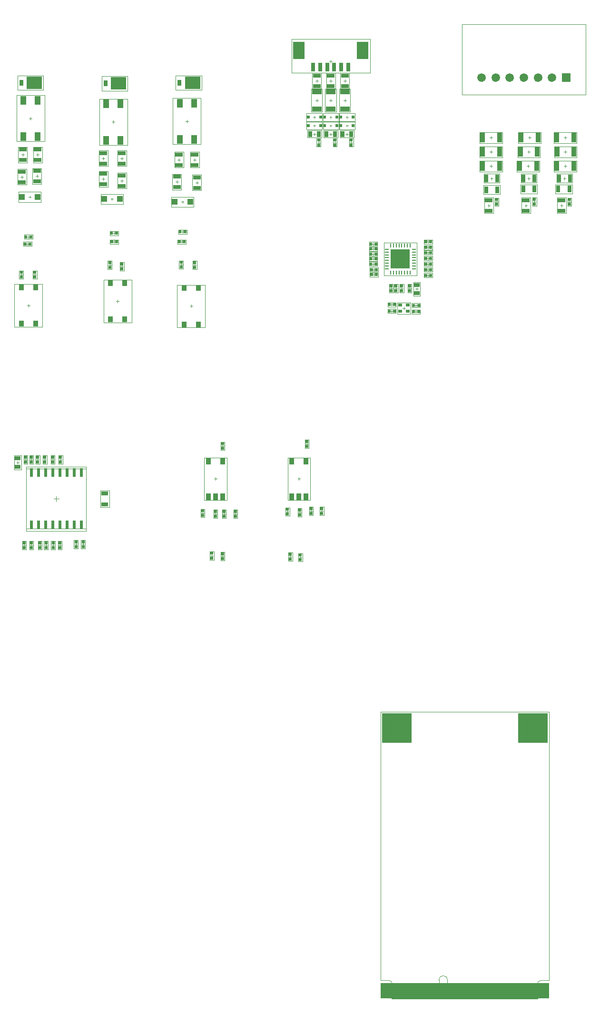
<source format=gts>
G04*
G04 #@! TF.GenerationSoftware,Altium Limited,Altium Designer,24.7.2 (38)*
G04*
G04 Layer_Color=8388736*
%FSLAX25Y25*%
%MOIN*%
G70*
G04*
G04 #@! TF.SameCoordinates,E69E1CB2-A86E-4577-BA8A-D7129F9CB9E7*
G04*
G04*
G04 #@! TF.FilePolarity,Negative*
G04*
G01*
G75*
%ADD11C,0.00394*%
%ADD12C,0.00197*%
%ADD14C,0.00039*%
%ADD15C,0.00079*%
%ADD41C,0.02958*%
%ADD42R,1.03150X0.11516*%
%ADD43R,1.18110X0.10630*%
%ADD44R,0.05591X0.02835*%
%ADD45R,0.07165X0.03228*%
%ADD46R,0.02047X0.02047*%
%ADD47R,0.02835X0.04016*%
%ADD48R,0.02126X0.01929*%
%ADD49R,0.02835X0.05591*%
%ADD50R,0.03032X0.04803*%
%ADD51R,0.03228X0.07165*%
%ADD52R,0.01929X0.02126*%
%ADD53R,0.02047X0.02441*%
%ADD54R,0.03228X0.04016*%
%ADD55R,0.04016X0.05984*%
%ADD56R,0.04016X0.04016*%
%ADD57R,0.03079X0.04016*%
%ADD58R,0.10591X0.09134*%
%ADD59R,0.04016X0.02835*%
%ADD60R,0.02441X0.06378*%
%ADD61R,0.04803X0.03032*%
%ADD62R,0.02835X0.01063*%
%ADD63R,0.01063X0.02835*%
%ADD64R,0.13661X0.13661*%
%ADD65R,0.02835X0.02441*%
%ADD66R,0.02441X0.09134*%
%ADD67R,0.02441X0.02047*%
%ADD68R,0.03228X0.04803*%
%ADD69R,0.07953X0.11890*%
%ADD70R,0.03032X0.05984*%
%ADD71C,0.05915*%
%ADD72R,0.05915X0.05915*%
%ADD73R,0.20945X0.20945*%
G36*
X83070Y634958D02*
X88985D01*
Y629042D01*
X83070D01*
Y634958D01*
D02*
G37*
D11*
X-292000Y359500D02*
X-250000D01*
Y314500D02*
Y359500D01*
X-292000Y314500D02*
X-250000D01*
X-292000D02*
Y359500D01*
X68898Y-197D02*
G03*
X65748Y-3347I0J-3150D01*
G01*
X-35433D02*
G03*
X-38583Y-197I-3150J0D01*
G01*
X2953Y0D02*
G03*
X-2953Y0I-2953J0D01*
G01*
X-43898Y187795D02*
X74213D01*
X-35433Y-12795D02*
Y-3347D01*
X74213Y-197D02*
Y187795D01*
X-2953Y-12795D02*
Y0D01*
X65748Y-12795D02*
Y-3347D01*
X2953Y-12795D02*
Y0D01*
X-35433Y-12795D02*
X-2953D01*
X2953D02*
X65748D01*
X68898Y-197D02*
X74213D01*
X-43898D02*
X-38583D01*
X-43898D02*
Y187795D01*
D12*
X28095Y550350D02*
X39906D01*
Y556650D01*
X28095Y550350D02*
Y556650D01*
X39906D01*
X54094Y550850D02*
X65905D01*
Y557150D01*
X54094Y550850D02*
Y557150D01*
X65905D01*
X78594Y550850D02*
X90405D01*
Y557150D01*
X78594Y550850D02*
Y557150D01*
X90405D01*
X-292000Y316000D02*
Y358000D01*
Y316000D02*
X-250000D01*
Y358000D01*
X-292000D02*
X-250000D01*
X-271000Y335032D02*
Y338968D01*
X-272969Y337000D02*
X-269032D01*
X-240150Y331095D02*
Y342905D01*
Y331095D02*
X-233850D01*
X-240150Y342905D02*
X-233850D01*
Y331095D02*
Y342905D01*
X-41600Y493400D02*
Y516600D01*
X-18400Y493400D02*
Y516600D01*
X-41600D02*
X-18400D01*
X-41600Y493400D02*
X-18400D01*
X39906Y550350D02*
Y556650D01*
X28095D02*
X39906D01*
X28095Y550350D02*
Y556650D01*
Y550350D02*
X39906D01*
X65905Y550850D02*
Y557150D01*
X54094D02*
X65905D01*
X54094Y550850D02*
Y557150D01*
Y550850D02*
X65905D01*
X90405D02*
Y557150D01*
X78594D02*
X90405D01*
X78594Y550850D02*
Y557150D01*
Y550850D02*
X90405D01*
X-240150Y331095D02*
X-233850D01*
Y342905D01*
X-240150D02*
X-233850D01*
X-240150Y331095D02*
Y342905D01*
X-18400Y493400D02*
Y516600D01*
X-41600Y493400D02*
X-18400D01*
X-41600D02*
Y516600D01*
X-18400D01*
X-31181Y505000D02*
X-28819D01*
X-30000Y503819D02*
Y506181D01*
D14*
X-91791Y624409D02*
X-85492D01*
Y635433D01*
X-91791Y624409D02*
Y635433D01*
X-85492D01*
X-72106Y624409D02*
X-65807D01*
Y635433D01*
X-72106Y624409D02*
Y635433D01*
X-65807D01*
X-92579Y608268D02*
Y624016D01*
Y608268D02*
X-84705D01*
X-92579Y624016D02*
X-84705D01*
Y608268D02*
Y624016D01*
X-72894Y608268D02*
Y624016D01*
Y608268D02*
X-65020D01*
X-72894Y624016D02*
X-65020D01*
Y608268D02*
Y624016D01*
X-82736Y608268D02*
Y624016D01*
Y608268D02*
X-74862D01*
X-82736Y624016D02*
X-74862D01*
Y608268D02*
Y624016D01*
X-81949Y624409D02*
X-75650D01*
Y635433D01*
X-81949Y624409D02*
Y635433D01*
X-75650D01*
X-84311Y607087D02*
X-84311Y601575D01*
X-84311Y607087D02*
X-73287Y607087D01*
X-84311Y601575D02*
X-73287Y601575D01*
Y607087D02*
X-73287Y601575D01*
X-73287Y601181D02*
X-73287Y595669D01*
X-84311D02*
X-73287Y595669D01*
X-84311Y601181D02*
X-73287Y601181D01*
X-84311Y601181D02*
X-84311Y595669D01*
X-73878Y590059D02*
Y594980D01*
X-83720D02*
X-73878D01*
X-83720Y590059D02*
X-73878D01*
X-83720D02*
Y594980D01*
X-77323Y583661D02*
X-74370D01*
Y589567D01*
X-77323Y583661D02*
Y589567D01*
X-74370D01*
X28488Y558350D02*
Y564650D01*
Y558350D02*
X39512D01*
X28488Y564650D02*
X39512D01*
Y558350D02*
Y564650D01*
X28850Y536988D02*
X35150D01*
Y548012D01*
X28850Y536988D02*
Y548012D01*
X35150D01*
X25626Y566063D02*
X41374D01*
Y573937D01*
X25626Y566063D02*
Y573937D01*
X41374D01*
X25626Y583937D02*
X41374D01*
X25626Y576063D02*
Y583937D01*
X41374Y576063D02*
Y583937D01*
X25626Y576063D02*
X41374D01*
X25626Y586063D02*
X41374D01*
Y593937D01*
X25626Y586063D02*
Y593937D01*
X41374D01*
X54850Y536988D02*
X61150D01*
Y548012D01*
X54850Y536988D02*
Y548012D01*
X61150D01*
X51626Y566063D02*
X67374D01*
Y573937D01*
X51626Y566063D02*
Y573937D01*
X67374D01*
X52126Y583937D02*
X67874D01*
X52126Y576063D02*
Y583937D01*
X67874Y576063D02*
Y583937D01*
X52126Y576063D02*
X67874D01*
X52626Y586063D02*
X68374D01*
Y593937D01*
X52626Y586063D02*
Y593937D01*
X68374D01*
X79850Y536988D02*
X86150D01*
Y548012D01*
X79850Y536988D02*
Y548012D01*
X86150D01*
X77626Y566063D02*
X93374D01*
Y573937D01*
X77626Y566063D02*
Y573937D01*
X93374D01*
X77720Y583937D02*
X93468D01*
X77720Y576063D02*
Y583937D01*
X93468Y576063D02*
Y583937D01*
X77720Y576063D02*
X93468D01*
X77626Y586063D02*
X93374D01*
Y593937D01*
X77626Y586063D02*
Y593937D01*
X93374D01*
X54488Y558350D02*
Y564650D01*
Y558350D02*
X65512D01*
X54488Y564650D02*
X65512D01*
Y558350D02*
Y564650D01*
X79488Y558350D02*
Y564650D01*
Y558350D02*
X90512D01*
X79488Y564650D02*
X90512D01*
Y558350D02*
Y564650D01*
X-180147Y515524D02*
Y518476D01*
X-186053D02*
X-180147D01*
X-186053Y515524D02*
X-180147D01*
X-186053D02*
Y518476D01*
X-175576Y497854D02*
X-172624D01*
Y503760D01*
X-175576Y497854D02*
Y503760D01*
X-172624D01*
X-185553Y525476D02*
X-179647D01*
X-185553Y522524D02*
X-179647D01*
Y525476D01*
X-185553Y522524D02*
Y525476D01*
X-186442Y457039D02*
X-166758D01*
X-186442Y486961D02*
X-166758D01*
X-186442Y457039D02*
Y486961D01*
X-166758Y457039D02*
Y486961D01*
X-189750Y553488D02*
X-183450D01*
Y564512D01*
X-189750Y553488D02*
Y564512D01*
X-183450D01*
X-188250Y568988D02*
X-181950D01*
Y580012D01*
X-188250Y568988D02*
Y580012D01*
X-181950D01*
X-189443Y585358D02*
X-169757D01*
X-189443Y617642D02*
X-169757D01*
X-189443Y585358D02*
Y617642D01*
X-169757Y585358D02*
Y617642D01*
X-190474Y548543D02*
X-174726Y548543D01*
X-190474Y548543D02*
X-190474Y541457D01*
X-174726Y548543D02*
X-174726Y541457D01*
X-190474Y541457D02*
X-174726Y541457D01*
X-187405Y623382D02*
Y633618D01*
X-169295Y623382D02*
Y633618D01*
X-187405Y623382D02*
X-169295D01*
X-187405Y633618D02*
X-169295D01*
X-175750Y552988D02*
X-169450D01*
Y564012D01*
X-175750Y552988D02*
Y564012D01*
X-169450D01*
X-177250Y568988D02*
X-170950D01*
Y580012D01*
X-177250Y568988D02*
Y580012D01*
X-170950D01*
X-227647Y515524D02*
Y518476D01*
X-233553D02*
X-227647D01*
X-233553Y515524D02*
X-227647D01*
X-233553D02*
Y518476D01*
X-226576Y496854D02*
X-223624D01*
Y502760D01*
X-226576Y496854D02*
Y502760D01*
X-223624D01*
X-233553Y524476D02*
X-227647D01*
X-233553Y521524D02*
X-227647D01*
Y524476D01*
X-233553Y521524D02*
Y524476D01*
X-237943Y460539D02*
X-218257D01*
X-237943Y490461D02*
X-218257D01*
X-237943Y460539D02*
Y490461D01*
X-218257Y460539D02*
Y490461D01*
X-241250Y555488D02*
X-234950D01*
Y566512D01*
X-241250Y555488D02*
Y566512D01*
X-234950D01*
X-241250Y569988D02*
X-234950D01*
Y581012D01*
X-241250Y569988D02*
Y581012D01*
X-234950D01*
X-240943Y584858D02*
X-221257D01*
X-240943Y617142D02*
X-221257D01*
X-240943Y584858D02*
Y617142D01*
X-221257Y584858D02*
Y617142D01*
X-239974Y550543D02*
X-224226Y550543D01*
X-239974Y550543D02*
X-239974Y543457D01*
X-224226Y550543D02*
X-224226Y543457D01*
X-239974Y543457D02*
X-224226Y543457D01*
X-239155Y622882D02*
Y633118D01*
X-221045Y622882D02*
Y633118D01*
X-239155Y622882D02*
X-221045D01*
X-239155Y633118D02*
X-221045D01*
X-228250Y554307D02*
X-221950D01*
Y565331D01*
X-228250Y554307D02*
Y565331D01*
X-221950D01*
X-228250Y569988D02*
X-221950D01*
Y581012D01*
X-228250Y569988D02*
Y581012D01*
X-221950D01*
X-285476Y367453D02*
X-282524D01*
X-285476Y361547D02*
Y367453D01*
X-282524Y361547D02*
Y367453D01*
X-285476Y361547D02*
X-282524D01*
X-269476Y367453D02*
X-266524D01*
X-269476Y361547D02*
Y367453D01*
X-266524Y361547D02*
Y367453D01*
X-269476Y361547D02*
X-266524D01*
X-269976Y301547D02*
X-267024D01*
Y307453D01*
X-269976Y301547D02*
Y307453D01*
X-267024D01*
X-283976Y301547D02*
X-281024D01*
Y307453D01*
X-283976Y301547D02*
Y307453D01*
X-281024D01*
X-300461Y357579D02*
X-295539D01*
Y367421D01*
X-300461Y357579D02*
Y367421D01*
X-295539D01*
X-274976Y367453D02*
X-272024D01*
X-274976Y361547D02*
Y367453D01*
X-272024Y361547D02*
Y367453D01*
X-274976Y361547D02*
X-272024D01*
X-274787Y307488D02*
X-271835D01*
X-274787Y301583D02*
Y307488D01*
X-271835Y301583D02*
Y307488D01*
X-274787Y301583D02*
X-271835D01*
X-280476Y367453D02*
X-277524D01*
X-280476Y361547D02*
Y367453D01*
X-277524Y361547D02*
Y367453D01*
X-280476Y361547D02*
X-277524D01*
X-279787Y307488D02*
X-276835D01*
X-279787Y301583D02*
Y307488D01*
X-276835Y301583D02*
Y307488D01*
X-279787Y301583D02*
X-276835D01*
X-258787Y302083D02*
X-255835D01*
Y307988D01*
X-258787Y302083D02*
Y307988D01*
X-255835D01*
X-288147Y514024D02*
Y516976D01*
X-294053D02*
X-288147D01*
X-294053Y514024D02*
X-288147D01*
X-294053D02*
Y516976D01*
X-287576Y491047D02*
X-284624D01*
Y496953D01*
X-287576Y491047D02*
Y496953D01*
X-284624D01*
X-293553Y519024D02*
X-287647D01*
X-293553Y521976D02*
X-287647D01*
X-293553Y519024D02*
Y521976D01*
X-287647Y519024D02*
Y521976D01*
X-300443Y457539D02*
X-280757D01*
X-300443Y487461D02*
X-280757D01*
X-300443Y457539D02*
Y487461D01*
X-280757Y457539D02*
Y487461D01*
X-298250Y556988D02*
X-291950D01*
Y568012D01*
X-298250Y556988D02*
Y568012D01*
X-291950D01*
X-297750Y572488D02*
X-291450D01*
Y583512D01*
X-297750Y572488D02*
Y583512D01*
X-291450D01*
X-298942Y587358D02*
X-279257D01*
X-298942Y619642D02*
X-279257D01*
X-298942Y587358D02*
Y619642D01*
X-279257Y587358D02*
Y619642D01*
X-297474Y552043D02*
X-281726Y552043D01*
X-297474Y552043D02*
X-297474Y544957D01*
X-281726Y552043D02*
X-281726Y544957D01*
X-297474Y544957D02*
X-281726Y544957D01*
X-298155Y623382D02*
Y633618D01*
X-280045Y623382D02*
Y633618D01*
X-298155Y623382D02*
X-280045D01*
X-298155Y633618D02*
X-280045D01*
X-287750Y557488D02*
X-281450D01*
Y568512D01*
X-287750Y557488D02*
Y568512D01*
X-281450D01*
X-287250Y572488D02*
X-280950D01*
Y583512D01*
X-287250Y572488D02*
Y583512D01*
X-280950D01*
X-13453Y500024D02*
Y502976D01*
Y500024D02*
X-7547D01*
X-13453Y502976D02*
X-7547D01*
Y500024D02*
Y502976D01*
X-37976Y487453D02*
X-35024D01*
X-37976Y481547D02*
Y487453D01*
X-35024Y481547D02*
Y487453D01*
X-37976Y481547D02*
X-35024D01*
X-13453Y492024D02*
Y494976D01*
Y492024D02*
X-7547D01*
X-13453Y494976D02*
X-7547D01*
Y492024D02*
Y494976D01*
X-46047Y500024D02*
Y502976D01*
X-51953D02*
X-46047D01*
X-51953Y500024D02*
X-46047D01*
X-51953D02*
Y502976D01*
X-46047Y510524D02*
Y513476D01*
X-51953D02*
X-46047D01*
X-51953Y510524D02*
X-46047D01*
X-51953D02*
Y513476D01*
Y507024D02*
Y509976D01*
Y507024D02*
X-46047D01*
X-51953Y509976D02*
X-46047D01*
Y507024D02*
Y509976D01*
X-7547Y508024D02*
Y510976D01*
X-13453D02*
X-7547D01*
X-13453Y508024D02*
X-7547D01*
X-13453D02*
Y510976D01*
X-7547Y504024D02*
Y506976D01*
X-13453D02*
X-7547D01*
X-13453Y504024D02*
X-7547D01*
X-13453D02*
Y506976D01*
X-16047Y471024D02*
Y473976D01*
X-21953D02*
X-16047D01*
X-21953Y471024D02*
X-16047D01*
X-21953D02*
Y473976D01*
X-51453Y492524D02*
Y495476D01*
Y492524D02*
X-45547D01*
X-51453Y495476D02*
X-45547D01*
Y492524D02*
Y495476D01*
X-38953Y467024D02*
Y469976D01*
Y467024D02*
X-33047D01*
X-38953Y469976D02*
X-33047D01*
Y467024D02*
Y469976D01*
X-7547Y496024D02*
Y498976D01*
X-13453D02*
X-7547D01*
X-13453Y496024D02*
X-7547D01*
X-13453D02*
Y498976D01*
X-34476Y481547D02*
X-31524D01*
Y487453D01*
X-34476Y481547D02*
Y487453D01*
X-31524D01*
X-51453Y496024D02*
Y498976D01*
Y496024D02*
X-45547D01*
X-51453Y498976D02*
X-45547D01*
Y496024D02*
Y498976D01*
X-51953Y503524D02*
Y506476D01*
Y503524D02*
X-46047D01*
X-51953Y506476D02*
X-46047D01*
Y503524D02*
Y506476D01*
X-30476Y487453D02*
X-27524D01*
X-30476Y481547D02*
Y487453D01*
X-27524Y481547D02*
Y487453D01*
X-30476Y481547D02*
X-27524D01*
X-51953Y514024D02*
Y516976D01*
Y514024D02*
X-46047D01*
X-51953Y516976D02*
X-46047D01*
Y514024D02*
Y516976D01*
X-32224Y466563D02*
X-22776D01*
X-32224Y474437D02*
X-22776D01*
X-32224Y466563D02*
Y474437D01*
X-22776Y466563D02*
Y474437D01*
X-7547Y511524D02*
Y514476D01*
X-13453D02*
X-7547D01*
X-13453Y511524D02*
X-7547D01*
X-13453D02*
Y514476D01*
X-20961Y488921D02*
X-16039D01*
X-20961Y479079D02*
Y488921D01*
X-16039Y479079D02*
Y488921D01*
X-20961Y479079D02*
X-16039D01*
X-85295Y590059D02*
Y594980D01*
X-95138D02*
X-85295D01*
X-95138Y590059D02*
X-85295D01*
X-95138D02*
Y594980D01*
X-84705Y601181D02*
X-84705Y595669D01*
X-95728D02*
X-84705Y595669D01*
X-95728Y601181D02*
X-84705Y601181D01*
X-95728Y601181D02*
X-95728Y595669D01*
Y607087D02*
X-95728Y601575D01*
X-95728Y607087D02*
X-84705Y607087D01*
X-95728Y601575D02*
X-84705Y601575D01*
Y607087D02*
X-84705Y601575D01*
X-88740Y583661D02*
X-85787D01*
Y589567D01*
X-88740Y583661D02*
Y589567D01*
X-85787D01*
X-62461Y590059D02*
Y594980D01*
X-72303D02*
X-62461D01*
X-72303Y590059D02*
X-62461D01*
X-72303D02*
Y594980D01*
X-61870Y601181D02*
X-61870Y595669D01*
X-72894D02*
X-61870Y595669D01*
X-72894Y601181D02*
X-61870Y601181D01*
X-72894Y601181D02*
X-72894Y595669D01*
Y607087D02*
X-72894Y601575D01*
X-72894Y607087D02*
X-61870Y607087D01*
X-72894Y601575D02*
X-61870Y601575D01*
Y607087D02*
X-61870Y601575D01*
X-65905Y583661D02*
X-62953D01*
Y589567D01*
X-65905Y583661D02*
Y589567D01*
X-62953D01*
X-101476Y293047D02*
X-98524D01*
Y298953D01*
X-101476Y293047D02*
Y298953D01*
X-98524D01*
X-105524Y293547D02*
Y299453D01*
X-108476Y293547D02*
Y299453D01*
Y293547D02*
X-105524D01*
X-108476Y299453D02*
X-105524D01*
X-108874Y336039D02*
X-93126D01*
Y365961D01*
X-108874D02*
X-93126D01*
X-108874Y336039D02*
Y365961D01*
X-96976Y372547D02*
X-94024D01*
Y378453D01*
X-96976Y372547D02*
Y378453D01*
X-94024D01*
X-101976Y324547D02*
X-99024D01*
Y330453D01*
X-101976Y324547D02*
Y330453D01*
X-99024D01*
X-155976Y293819D02*
X-153024D01*
Y299724D01*
X-155976Y293819D02*
Y299724D01*
X-153024D01*
X-160524Y294276D02*
Y300181D01*
X-163476Y294276D02*
Y300181D01*
Y294276D02*
X-160524D01*
X-163476Y300181D02*
X-160524D01*
X-167374Y336039D02*
X-151626D01*
Y365961D01*
X-167374D02*
X-151626D01*
X-167374Y336039D02*
Y365961D01*
X-155976Y371047D02*
X-153024D01*
Y376953D01*
X-155976Y371047D02*
Y376953D01*
X-153024D01*
X-160976Y323547D02*
X-158024D01*
Y329453D01*
X-160976Y323547D02*
Y329453D01*
X-158024D01*
X13193Y669402D02*
X99807D01*
X13193Y620189D02*
X99807D01*
X13193D02*
Y669402D01*
X99807Y620189D02*
Y669402D01*
X-106299Y659248D02*
X-51181D01*
X-106299Y635626D02*
X-51181D01*
X-106299D02*
Y659248D01*
X-51181Y635626D02*
Y659248D01*
X-91791Y624409D02*
X-85492D01*
X-91791Y635433D02*
X-85492D01*
Y624409D02*
Y635433D01*
X-91791Y624409D02*
Y635433D01*
X-88642Y628937D02*
Y630905D01*
X-89626Y629921D02*
X-87657D01*
X-72106Y624409D02*
X-65807D01*
X-72106Y635433D02*
X-65807D01*
Y624409D02*
Y635433D01*
X-72106Y624409D02*
Y635433D01*
X-68957Y628937D02*
Y630905D01*
X-69941Y629921D02*
X-67972D01*
X-84705Y608268D02*
Y624016D01*
X-92579Y608268D02*
Y624016D01*
Y608268D02*
X-84705D01*
X-92579Y624016D02*
X-84705D01*
X-89626Y616142D02*
X-87657D01*
X-88642Y615158D02*
Y617126D01*
X-65020Y608268D02*
Y624016D01*
X-72894Y608268D02*
Y624016D01*
Y608268D02*
X-65020D01*
X-72894Y624016D02*
X-65020D01*
X-69941Y616142D02*
X-67972D01*
X-68957Y615158D02*
Y617126D01*
X-74862Y608268D02*
Y624016D01*
X-82736Y608268D02*
Y624016D01*
Y608268D02*
X-74862D01*
X-82736Y624016D02*
X-74862D01*
X-79783Y616142D02*
X-77815D01*
X-78799Y615158D02*
Y617126D01*
X-81949Y624409D02*
X-75650D01*
X-81949Y635433D02*
X-75650D01*
Y624409D02*
Y635433D01*
X-81949Y624409D02*
Y635433D01*
X-78799Y628937D02*
Y630905D01*
X-79783Y629921D02*
X-77815D01*
X-84311Y607087D02*
X-73287Y607087D01*
X-84311Y601575D02*
X-73287Y601575D01*
X-84311Y607087D02*
X-84311Y601575D01*
X-73287Y607087D02*
X-73287Y601575D01*
X-79587Y604331D02*
X-78012D01*
X-78799Y603543D02*
Y605118D01*
X-84311Y595669D02*
X-73287Y595669D01*
X-84311Y601181D02*
X-73287Y601181D01*
X-73287Y601181D02*
X-73287Y595669D01*
X-84311Y601181D02*
X-84311Y595669D01*
X-79587Y598425D02*
X-78012D01*
X-78799Y597638D02*
Y599213D01*
X-83720Y594980D02*
X-73878D01*
X-83720Y590059D02*
X-73878D01*
X-79783Y592520D02*
X-77815D01*
X-78799Y591535D02*
Y593504D01*
X-73878Y590059D02*
Y594980D01*
X-83720Y590059D02*
Y594980D01*
X-77323Y583661D02*
X-74370D01*
X-77323Y589567D02*
X-74370D01*
Y583661D02*
Y589567D01*
X-77323Y583661D02*
Y589567D01*
X-75846Y585630D02*
Y587598D01*
X-76831Y586614D02*
X-74862D01*
X28488Y558350D02*
Y564650D01*
X39512Y558350D02*
Y564650D01*
X28488Y558350D02*
X39512D01*
X28488Y564650D02*
X39512D01*
X33016Y561500D02*
X34984D01*
X34000Y560516D02*
Y562484D01*
X28850Y536988D02*
X35150D01*
X28850Y548012D02*
X35150D01*
Y536988D02*
Y548012D01*
X28850Y536988D02*
Y548012D01*
X32000Y541516D02*
Y543484D01*
X31016Y542500D02*
X32984D01*
X25626Y573937D02*
X41374D01*
X25626Y566063D02*
X41374D01*
Y573937D01*
X25626Y566063D02*
Y573937D01*
X33500Y569016D02*
Y570984D01*
X32516Y570000D02*
X34484D01*
X25626Y576063D02*
X41374D01*
X25626Y583937D02*
X41374D01*
X25626Y576063D02*
Y583937D01*
X41374Y576063D02*
Y583937D01*
X33500Y579016D02*
Y580984D01*
X32516Y580000D02*
X34484D01*
X25626Y593937D02*
X41374D01*
X25626Y586063D02*
X41374D01*
Y593937D01*
X25626Y586063D02*
Y593937D01*
X33500Y589016D02*
Y590984D01*
X32516Y590000D02*
X34484D01*
X54850Y536988D02*
X61150D01*
X54850Y548012D02*
X61150D01*
Y536988D02*
Y548012D01*
X54850Y536988D02*
Y548012D01*
X58000Y541516D02*
Y543484D01*
X57016Y542500D02*
X58984D01*
X51626Y573937D02*
X67374D01*
X51626Y566063D02*
X67374D01*
Y573937D01*
X51626Y566063D02*
Y573937D01*
X59500Y569016D02*
Y570984D01*
X58516Y570000D02*
X60484D01*
X52126Y576063D02*
X67874D01*
X52126Y583937D02*
X67874D01*
X52126Y576063D02*
Y583937D01*
X67874Y576063D02*
Y583937D01*
X60000Y579016D02*
Y580984D01*
X59016Y580000D02*
X60984D01*
X52626Y593937D02*
X68374D01*
X52626Y586063D02*
X68374D01*
Y593937D01*
X52626Y586063D02*
Y593937D01*
X60500Y589016D02*
Y590984D01*
X59516Y590000D02*
X61484D01*
X79850Y536988D02*
X86150D01*
X79850Y548012D02*
X86150D01*
Y536988D02*
Y548012D01*
X79850Y536988D02*
Y548012D01*
X83000Y541516D02*
Y543484D01*
X82016Y542500D02*
X83984D01*
X77626Y573937D02*
X93374D01*
X77626Y566063D02*
X93374D01*
Y573937D01*
X77626Y566063D02*
Y573937D01*
X85500Y569016D02*
Y570984D01*
X84516Y570000D02*
X86484D01*
X77720Y576063D02*
X93468D01*
X77720Y583937D02*
X93468D01*
X77720Y576063D02*
Y583937D01*
X93468Y576063D02*
Y583937D01*
X85594Y579016D02*
Y580984D01*
X84610Y580000D02*
X86579D01*
X77626Y593937D02*
X93374D01*
X77626Y586063D02*
X93374D01*
Y593937D01*
X77626Y586063D02*
Y593937D01*
X85500Y589016D02*
Y590984D01*
X84516Y590000D02*
X86484D01*
X54488Y558350D02*
Y564650D01*
X65512Y558350D02*
Y564650D01*
X54488Y558350D02*
X65512D01*
X54488Y564650D02*
X65512D01*
X59016Y561500D02*
X60984D01*
X60000Y560516D02*
Y562484D01*
X79488Y558350D02*
Y564650D01*
X90512Y558350D02*
Y564650D01*
X79488Y558350D02*
X90512D01*
X79488Y564650D02*
X90512D01*
X84016Y561500D02*
X85984D01*
X85000Y560516D02*
Y562484D01*
X-180147Y515524D02*
Y518476D01*
X-186053Y515524D02*
Y518476D01*
X-180147D01*
X-186053Y515524D02*
X-180147D01*
X-184084Y517000D02*
X-182116D01*
X-183100Y516016D02*
Y517984D01*
X-175576Y497854D02*
X-172624D01*
X-175576Y503760D02*
X-172624D01*
Y497854D02*
Y503760D01*
X-175576Y497854D02*
Y503760D01*
X-174100Y499823D02*
Y501791D01*
X-175084Y500807D02*
X-173116D01*
X-183584Y524000D02*
X-181616D01*
X-182600Y523016D02*
Y524984D01*
X-179647Y522524D02*
Y525476D01*
X-185553Y522524D02*
Y525476D01*
X-179647D01*
X-185553Y522524D02*
X-179647D01*
X-177584Y472000D02*
X-175616D01*
X-176600Y471016D02*
Y472984D01*
X-186442Y457039D02*
Y486961D01*
X-166758D01*
X-186442Y457039D02*
X-166758D01*
Y486961D01*
X-189750Y553488D02*
X-183450D01*
X-189750Y564512D02*
X-183450D01*
Y553488D02*
Y564512D01*
X-189750Y553488D02*
Y564512D01*
X-186600Y558016D02*
Y559984D01*
X-187584Y559000D02*
X-185616D01*
X-188250Y568988D02*
X-181950D01*
X-188250Y580012D02*
X-181950D01*
Y568988D02*
Y580012D01*
X-188250Y568988D02*
Y580012D01*
X-185100Y573516D02*
Y575484D01*
X-186084Y574500D02*
X-184116D01*
X-189443Y617642D02*
X-169757D01*
X-189443Y585358D02*
Y617642D01*
Y585358D02*
X-169757D01*
X-180584Y601500D02*
X-178616D01*
X-179600Y600516D02*
Y602484D01*
X-169757Y585358D02*
Y617642D01*
X-190474Y541457D02*
X-174726Y541457D01*
X-190474Y548543D02*
X-174726Y548543D01*
X-174726Y541457D01*
X-190474Y548543D02*
X-190474Y541457D01*
X-183387Y545000D02*
X-181813D01*
X-182600Y544213D02*
Y545787D01*
X-187405Y633618D02*
X-169295D01*
X-187405Y623382D02*
X-169295D01*
X-187405D02*
Y633618D01*
X-169295Y623382D02*
Y633618D01*
X-178350Y627516D02*
Y629484D01*
X-179334Y628500D02*
X-177366D01*
X-175750Y552988D02*
X-169450D01*
X-175750Y564012D02*
X-169450D01*
Y552988D02*
Y564012D01*
X-175750Y552988D02*
Y564012D01*
X-172600Y557516D02*
Y559484D01*
X-173584Y558500D02*
X-171616D01*
X-177250Y568988D02*
X-170950D01*
X-177250Y580012D02*
X-170950D01*
Y568988D02*
Y580012D01*
X-177250Y568988D02*
Y580012D01*
X-174100Y573516D02*
Y575484D01*
X-175084Y574500D02*
X-173116D01*
X-227647Y515524D02*
Y518476D01*
X-233553Y515524D02*
Y518476D01*
X-227647D01*
X-233553Y515524D02*
X-227647D01*
X-231584Y517000D02*
X-229616D01*
X-230600Y516016D02*
Y517984D01*
X-226576Y496854D02*
X-223624D01*
X-226576Y502760D02*
X-223624D01*
Y496854D02*
Y502760D01*
X-226576Y496854D02*
Y502760D01*
X-225100Y498823D02*
Y500791D01*
X-226084Y499807D02*
X-224116D01*
X-231584Y523000D02*
X-229616D01*
X-230600Y522016D02*
Y523984D01*
X-227647Y521524D02*
Y524476D01*
X-233553Y521524D02*
Y524476D01*
X-227647D01*
X-233553Y521524D02*
X-227647D01*
X-229084Y475500D02*
X-227116D01*
X-228100Y474516D02*
Y476484D01*
X-237943Y460539D02*
Y490461D01*
X-218257D01*
X-237943Y460539D02*
X-218257D01*
Y490461D01*
X-241250Y555488D02*
X-234950D01*
X-241250Y566512D02*
X-234950D01*
Y555488D02*
Y566512D01*
X-241250Y555488D02*
Y566512D01*
X-238100Y560016D02*
Y561984D01*
X-239084Y561000D02*
X-237116D01*
X-241250Y569988D02*
X-234950D01*
X-241250Y581012D02*
X-234950D01*
Y569988D02*
Y581012D01*
X-241250Y569988D02*
Y581012D01*
X-238100Y574516D02*
Y576484D01*
X-239084Y575500D02*
X-237116D01*
X-240943Y617142D02*
X-221257D01*
X-240943Y584858D02*
Y617142D01*
Y584858D02*
X-221257D01*
X-232084Y601000D02*
X-230116D01*
X-231100Y600016D02*
Y601984D01*
X-221257Y584858D02*
Y617142D01*
X-239974Y543457D02*
X-224226Y543457D01*
X-239974Y550543D02*
X-224226Y550543D01*
X-224226Y543457D01*
X-239974Y550543D02*
X-239974Y543457D01*
X-232887Y547000D02*
X-231313D01*
X-232100Y546213D02*
Y547787D01*
X-239155Y633118D02*
X-221045D01*
X-239155Y622882D02*
X-221045D01*
X-239155D02*
Y633118D01*
X-221045Y622882D02*
Y633118D01*
X-230100Y627016D02*
Y628984D01*
X-231084Y628000D02*
X-229116D01*
X-228250Y554307D02*
X-221950D01*
X-228250Y565331D02*
X-221950D01*
Y554307D02*
Y565331D01*
X-228250Y554307D02*
Y565331D01*
X-225100Y558835D02*
Y560803D01*
X-226084Y559819D02*
X-224116D01*
X-228250Y569988D02*
X-221950D01*
X-228250Y581012D02*
X-221950D01*
Y569988D02*
Y581012D01*
X-228250Y569988D02*
Y581012D01*
X-225100Y574516D02*
Y576484D01*
X-226084Y575500D02*
X-224116D01*
X-285476Y367453D02*
X-282524D01*
X-285476Y361547D02*
X-282524D01*
X-285476D02*
Y367453D01*
X-282524Y361547D02*
Y367453D01*
X-284000Y363516D02*
Y365484D01*
X-284984Y364500D02*
X-283016D01*
X-269476Y367453D02*
X-266524D01*
X-269476Y361547D02*
X-266524D01*
X-269476D02*
Y367453D01*
X-266524Y361547D02*
Y367453D01*
X-268000Y363516D02*
Y365484D01*
X-268984Y364500D02*
X-267016D01*
X-269976Y301547D02*
X-267024D01*
X-269976Y307453D02*
X-267024D01*
Y301547D02*
Y307453D01*
X-269976Y301547D02*
Y307453D01*
X-268500Y303516D02*
Y305484D01*
X-269484Y304500D02*
X-267516D01*
X-283976Y301547D02*
X-281024D01*
X-283976Y307453D02*
X-281024D01*
Y301547D02*
Y307453D01*
X-283976Y301547D02*
Y307453D01*
X-282500Y303516D02*
Y305484D01*
X-283484Y304500D02*
X-281516D01*
X-295539Y357579D02*
Y367421D01*
X-300461Y357579D02*
Y367421D01*
X-298000Y361516D02*
Y363484D01*
X-298984Y362500D02*
X-297016D01*
X-300461Y357579D02*
X-295539D01*
X-300461Y367421D02*
X-295539D01*
X-274976Y367453D02*
X-272024D01*
X-274976Y361547D02*
X-272024D01*
X-274976D02*
Y367453D01*
X-272024Y361547D02*
Y367453D01*
X-273500Y363516D02*
Y365484D01*
X-274484Y364500D02*
X-272516D01*
X-274787Y307488D02*
X-271835D01*
X-274787Y301583D02*
X-271835D01*
X-274787D02*
Y307488D01*
X-271835Y301583D02*
Y307488D01*
X-273311Y303551D02*
Y305520D01*
X-274295Y304535D02*
X-272327D01*
X-280476Y367453D02*
X-277524D01*
X-280476Y361547D02*
X-277524D01*
X-280476D02*
Y367453D01*
X-277524Y361547D02*
Y367453D01*
X-279000Y363516D02*
Y365484D01*
X-279984Y364500D02*
X-278016D01*
X-279787Y307488D02*
X-276835D01*
X-279787Y301583D02*
X-276835D01*
X-279787D02*
Y307488D01*
X-276835Y301583D02*
Y307488D01*
X-278311Y303551D02*
Y305520D01*
X-279295Y304535D02*
X-277327D01*
X-258787Y302083D02*
X-255835D01*
X-258787Y307988D02*
X-255835D01*
Y302083D02*
Y307988D01*
X-258787Y302083D02*
Y307988D01*
X-257311Y304051D02*
Y306020D01*
X-258295Y305035D02*
X-256327D01*
X-288147Y514024D02*
Y516976D01*
X-294053Y514024D02*
Y516976D01*
X-288147D01*
X-294053Y514024D02*
X-288147D01*
X-292084Y515500D02*
X-290116D01*
X-291100Y514516D02*
Y516484D01*
X-287576Y491047D02*
X-284624D01*
X-287576Y496953D02*
X-284624D01*
Y491047D02*
Y496953D01*
X-287576Y491047D02*
Y496953D01*
X-286100Y493016D02*
Y494984D01*
X-287084Y494000D02*
X-285116D01*
X-291584Y520500D02*
X-289616D01*
X-290600Y519516D02*
Y521484D01*
X-293553Y519024D02*
Y521976D01*
X-287647Y519024D02*
Y521976D01*
X-293553Y519024D02*
X-287647D01*
X-293553Y521976D02*
X-287647D01*
X-291584Y472500D02*
X-289616D01*
X-290600Y471516D02*
Y473484D01*
X-300443Y457539D02*
Y487461D01*
X-280757D01*
X-300443Y457539D02*
X-280757D01*
Y487461D01*
X-298250Y556988D02*
X-291950D01*
X-298250Y568012D02*
X-291950D01*
Y556988D02*
Y568012D01*
X-298250Y556988D02*
Y568012D01*
X-295100Y561516D02*
Y563484D01*
X-296084Y562500D02*
X-294116D01*
X-297750Y572488D02*
X-291450D01*
X-297750Y583512D02*
X-291450D01*
Y572488D02*
Y583512D01*
X-297750Y572488D02*
Y583512D01*
X-294600Y577016D02*
Y578984D01*
X-295584Y578000D02*
X-293616D01*
X-298942Y619642D02*
X-279257D01*
X-298942Y587358D02*
Y619642D01*
Y587358D02*
X-279257D01*
X-290084Y603500D02*
X-288116D01*
X-289100Y602516D02*
Y604484D01*
X-279257Y587358D02*
Y619642D01*
X-297474Y544957D02*
X-281726Y544957D01*
X-297474Y552043D02*
X-281726Y552043D01*
X-281726Y544957D01*
X-297474Y552043D02*
X-297474Y544957D01*
X-290387Y548500D02*
X-288813D01*
X-289600Y547713D02*
Y549287D01*
X-298155Y633618D02*
X-280045D01*
X-298155Y623382D02*
X-280045D01*
X-298155D02*
Y633618D01*
X-280045Y623382D02*
Y633618D01*
X-289100Y627516D02*
Y629484D01*
X-290084Y628500D02*
X-288116D01*
X-287750Y557488D02*
X-281450D01*
X-287750Y568512D02*
X-281450D01*
Y557488D02*
Y568512D01*
X-287750Y557488D02*
Y568512D01*
X-284600Y562016D02*
Y563984D01*
X-285584Y563000D02*
X-283616D01*
X-287250Y572488D02*
X-280950D01*
X-287250Y583512D02*
X-280950D01*
Y572488D02*
Y583512D01*
X-287250Y572488D02*
Y583512D01*
X-284100Y577016D02*
Y578984D01*
X-285084Y578000D02*
X-283116D01*
X-13453Y500024D02*
Y502976D01*
X-7547Y500024D02*
Y502976D01*
X-13453Y500024D02*
X-7547D01*
X-13453Y502976D02*
X-7547D01*
X-11484Y501500D02*
X-9516D01*
X-10500Y500516D02*
Y502484D01*
X-37976Y487453D02*
X-35024D01*
X-37976Y481547D02*
X-35024D01*
X-37976D02*
Y487453D01*
X-35024Y481547D02*
Y487453D01*
X-36500Y483516D02*
Y485484D01*
X-37484Y484500D02*
X-35516D01*
X-13453Y492024D02*
Y494976D01*
X-7547Y492024D02*
Y494976D01*
X-13453Y492024D02*
X-7547D01*
X-13453Y494976D02*
X-7547D01*
X-11484Y493500D02*
X-9516D01*
X-10500Y492516D02*
Y494484D01*
X-46047Y500024D02*
Y502976D01*
X-51953Y500024D02*
Y502976D01*
X-46047D01*
X-51953Y500024D02*
X-46047D01*
X-49984Y501500D02*
X-48016D01*
X-49000Y500516D02*
Y502484D01*
X-46047Y510524D02*
Y513476D01*
X-51953Y510524D02*
Y513476D01*
X-46047D01*
X-51953Y510524D02*
X-46047D01*
X-49984Y512000D02*
X-48016D01*
X-49000Y511016D02*
Y512984D01*
X-51953Y507024D02*
Y509976D01*
X-46047Y507024D02*
Y509976D01*
X-51953Y507024D02*
X-46047D01*
X-51953Y509976D02*
X-46047D01*
X-49984Y508500D02*
X-48016D01*
X-49000Y507516D02*
Y509484D01*
X-7547Y508024D02*
Y510976D01*
X-13453Y508024D02*
Y510976D01*
X-7547D01*
X-13453Y508024D02*
X-7547D01*
X-11484Y509500D02*
X-9516D01*
X-10500Y508516D02*
Y510484D01*
X-7547Y504024D02*
Y506976D01*
X-13453Y504024D02*
Y506976D01*
X-7547D01*
X-13453Y504024D02*
X-7547D01*
X-11484Y505500D02*
X-9516D01*
X-10500Y504516D02*
Y506484D01*
X-16047Y471024D02*
Y473976D01*
X-21953Y471024D02*
Y473976D01*
X-16047D01*
X-21953Y471024D02*
X-16047D01*
X-19984Y472500D02*
X-18016D01*
X-19000Y471516D02*
Y473484D01*
X-51453Y492524D02*
Y495476D01*
X-45547Y492524D02*
Y495476D01*
X-51453Y492524D02*
X-45547D01*
X-51453Y495476D02*
X-45547D01*
X-49484Y494000D02*
X-47516D01*
X-48500Y493016D02*
Y494984D01*
X-38953Y467024D02*
Y469976D01*
X-33047Y467024D02*
Y469976D01*
X-38953Y467024D02*
X-33047D01*
X-38953Y469976D02*
X-33047D01*
X-36984Y468500D02*
X-35016D01*
X-36000Y467516D02*
Y469484D01*
X-7547Y496024D02*
Y498976D01*
X-13453Y496024D02*
Y498976D01*
X-7547D01*
X-13453Y496024D02*
X-7547D01*
X-11484Y497500D02*
X-9516D01*
X-10500Y496516D02*
Y498484D01*
X-34476Y481547D02*
X-31524D01*
X-34476Y487453D02*
X-31524D01*
Y481547D02*
Y487453D01*
X-34476Y481547D02*
Y487453D01*
X-33000Y483516D02*
Y485484D01*
X-33984Y484500D02*
X-32016D01*
X-51453Y496024D02*
Y498976D01*
X-45547Y496024D02*
Y498976D01*
X-51453Y496024D02*
X-45547D01*
X-51453Y498976D02*
X-45547D01*
X-49484Y497500D02*
X-47516D01*
X-48500Y496516D02*
Y498484D01*
X-51953Y503524D02*
Y506476D01*
X-46047Y503524D02*
Y506476D01*
X-51953Y503524D02*
X-46047D01*
X-51953Y506476D02*
X-46047D01*
X-49984Y505000D02*
X-48016D01*
X-49000Y504016D02*
Y505984D01*
X-30476Y487453D02*
X-27524D01*
X-30476Y481547D02*
X-27524D01*
X-30476D02*
Y487453D01*
X-27524Y481547D02*
Y487453D01*
X-29000Y483516D02*
Y485484D01*
X-29984Y484500D02*
X-28016D01*
X-51953Y514024D02*
Y516976D01*
X-46047Y514024D02*
Y516976D01*
X-51953Y514024D02*
X-46047D01*
X-51953Y516976D02*
X-46047D01*
X-49984Y515500D02*
X-48016D01*
X-49000Y514516D02*
Y516484D01*
X-28484Y470500D02*
X-26516D01*
X-27500Y469516D02*
Y471484D01*
X-32224Y474437D02*
X-22776D01*
X-32224Y466563D02*
X-22776D01*
Y474437D01*
X-32224Y466563D02*
Y474437D01*
X-7547Y511524D02*
Y514476D01*
X-13453Y511524D02*
Y514476D01*
X-7547D01*
X-13453Y511524D02*
X-7547D01*
X-11484Y513000D02*
X-9516D01*
X-10500Y512016D02*
Y513984D01*
X-20961Y479079D02*
Y488921D01*
X-16039Y479079D02*
Y488921D01*
X-18500Y483016D02*
Y484984D01*
X-19484Y484000D02*
X-17516D01*
X-20961Y488921D02*
X-16039D01*
X-20961Y479079D02*
X-16039D01*
X-95138Y594980D02*
X-85295D01*
X-95138Y590059D02*
X-85295D01*
X-91201Y592520D02*
X-89232D01*
X-90216Y591535D02*
Y593504D01*
X-85295Y590059D02*
Y594980D01*
X-95138Y590059D02*
Y594980D01*
X-95728Y595669D02*
X-84705Y595669D01*
X-95728Y601181D02*
X-84705Y601181D01*
X-84705Y601181D02*
X-84705Y595669D01*
X-95728Y601181D02*
X-95728Y595669D01*
X-91004Y598425D02*
X-89429D01*
X-90216Y597638D02*
Y599213D01*
X-95728Y607087D02*
X-84705Y607087D01*
X-95728Y601575D02*
X-84705Y601575D01*
X-95728Y607087D02*
X-95728Y601575D01*
X-84705Y607087D02*
X-84705Y601575D01*
X-91004Y604331D02*
X-89429D01*
X-90216Y603543D02*
Y605118D01*
X-88740Y583661D02*
X-85787D01*
X-88740Y589567D02*
X-85787D01*
Y583661D02*
Y589567D01*
X-88740Y583661D02*
Y589567D01*
X-87264Y585630D02*
Y587598D01*
X-88248Y586614D02*
X-86279D01*
X-72303Y594980D02*
X-62461D01*
X-72303Y590059D02*
X-62461D01*
X-68366Y592520D02*
X-66398D01*
X-67382Y591535D02*
Y593504D01*
X-62461Y590059D02*
Y594980D01*
X-72303Y590059D02*
Y594980D01*
X-72894Y595669D02*
X-61870Y595669D01*
X-72894Y601181D02*
X-61870Y601181D01*
X-61870Y601181D02*
X-61870Y595669D01*
X-72894Y601181D02*
X-72894Y595669D01*
X-68169Y598425D02*
X-66594D01*
X-67382Y597638D02*
Y599213D01*
X-72894Y607087D02*
X-61870Y607087D01*
X-72894Y601575D02*
X-61870Y601575D01*
X-72894Y607087D02*
X-72894Y601575D01*
X-61870Y607087D02*
X-61870Y601575D01*
X-68169Y604331D02*
X-66594D01*
X-67382Y603543D02*
Y605118D01*
X-65905Y583661D02*
X-62953D01*
X-65905Y589567D02*
X-62953D01*
Y583661D02*
Y589567D01*
X-65905Y583661D02*
Y589567D01*
X-64429Y585630D02*
Y587598D01*
X-65413Y586614D02*
X-63445D01*
X-101476Y293047D02*
X-98524D01*
X-101476Y298953D02*
X-98524D01*
Y293047D02*
Y298953D01*
X-101476Y293047D02*
Y298953D01*
X-100000Y295016D02*
Y296984D01*
X-100984Y296000D02*
X-99016D01*
X-107000Y295516D02*
Y297484D01*
X-107984Y296500D02*
X-106016D01*
X-108476Y293547D02*
X-105524D01*
X-108476Y299453D02*
X-105524D01*
Y293547D02*
Y299453D01*
X-108476Y293547D02*
Y299453D01*
X-108874Y336039D02*
X-93126D01*
Y365961D01*
X-108874D02*
X-93126D01*
X-108874Y336039D02*
Y365961D01*
X-101000Y350016D02*
Y351984D01*
X-101984Y351000D02*
X-100016D01*
X-96976Y372547D02*
X-94024D01*
X-96976Y378453D02*
X-94024D01*
Y372547D02*
Y378453D01*
X-96976Y372547D02*
Y378453D01*
X-95500Y374516D02*
Y376484D01*
X-96484Y375500D02*
X-94516D01*
X-101976Y324547D02*
X-99024D01*
X-101976Y330453D02*
X-99024D01*
Y324547D02*
Y330453D01*
X-101976Y324547D02*
Y330453D01*
X-100500Y326516D02*
Y328484D01*
X-101484Y327500D02*
X-99516D01*
X-155976Y293819D02*
X-153024D01*
X-155976Y299724D02*
X-153024D01*
Y293819D02*
Y299724D01*
X-155976Y293819D02*
Y299724D01*
X-154500Y295787D02*
Y297756D01*
X-155484Y296772D02*
X-153516D01*
X-162000Y296244D02*
Y298213D01*
X-162984Y297228D02*
X-161016D01*
X-163476Y294276D02*
X-160524D01*
X-163476Y300181D02*
X-160524D01*
Y294276D02*
Y300181D01*
X-163476Y294276D02*
Y300181D01*
X-167374Y336039D02*
X-151626D01*
Y365961D01*
X-167374D02*
X-151626D01*
X-167374Y336039D02*
Y365961D01*
X-159500Y350016D02*
Y351984D01*
X-160484Y351000D02*
X-158516D01*
X-155976Y371047D02*
X-153024D01*
X-155976Y376953D02*
X-153024D01*
Y371047D02*
Y376953D01*
X-155976Y371047D02*
Y376953D01*
X-154500Y373016D02*
Y374984D01*
X-155484Y374000D02*
X-153516D01*
X-160976Y323547D02*
X-158024D01*
X-160976Y329453D02*
X-158024D01*
Y323547D02*
Y329453D01*
X-160976Y323547D02*
Y329453D01*
X-159500Y325516D02*
Y327484D01*
X-160484Y326500D02*
X-158516D01*
X55516Y632000D02*
X57484D01*
X56500Y631016D02*
Y632984D01*
X99807Y620189D02*
Y669402D01*
X13193D02*
X99807D01*
X13193Y620189D02*
Y669402D01*
Y620189D02*
X99807D01*
X-79724Y643500D02*
X-77756D01*
X-78740Y642516D02*
Y644484D01*
X-51181Y635626D02*
Y659248D01*
X-106299D02*
X-51181D01*
X-106299Y635626D02*
Y659248D01*
Y635626D02*
X-51181D01*
D15*
X36024Y542047D02*
X38976D01*
X36024Y547953D02*
X38976D01*
X36024Y542047D02*
Y547953D01*
X38976Y542047D02*
Y547953D01*
X62524Y542240D02*
X65476D01*
X62524Y548146D02*
X65476D01*
X62524Y542240D02*
Y548146D01*
X65476Y542240D02*
Y548146D01*
X87024Y542047D02*
X89976D01*
X87024Y547953D02*
X89976D01*
X87024Y542047D02*
Y547953D01*
X89976Y542047D02*
Y547953D01*
X-185076Y503953D02*
X-182124D01*
X-185076Y498047D02*
X-182124D01*
Y503953D01*
X-185076Y498047D02*
Y503953D01*
X-235076Y503646D02*
X-232124D01*
X-235076Y497740D02*
X-232124D01*
Y503646D01*
X-235076Y497740D02*
Y503646D01*
X-293976Y367453D02*
X-291024D01*
X-293976Y361547D02*
X-291024D01*
Y367453D01*
X-293976Y361547D02*
Y367453D01*
X-289976D02*
X-287024D01*
X-289976Y361547D02*
X-287024D01*
Y367453D01*
X-289976Y361547D02*
Y367453D01*
Y301547D02*
X-287024D01*
X-289976Y307453D02*
X-287024D01*
X-289976Y301547D02*
Y307453D01*
X-287024Y301547D02*
Y307453D01*
X-294976Y301547D02*
X-292024D01*
X-294976Y307453D02*
X-292024D01*
X-294976Y301547D02*
Y307453D01*
X-292024Y301547D02*
Y307453D01*
X-253787Y302083D02*
X-250835D01*
X-253787Y307988D02*
X-250835D01*
X-253787Y302083D02*
Y307988D01*
X-250835Y302083D02*
Y307988D01*
X-297076Y496953D02*
X-294124D01*
X-297076Y491047D02*
X-294124D01*
Y496953D01*
X-297076Y491047D02*
Y496953D01*
X-24976Y487453D02*
X-22024D01*
X-24976Y481547D02*
X-22024D01*
Y487453D01*
X-24976Y481547D02*
Y487453D01*
X-7547Y515524D02*
Y518476D01*
X-13453Y515524D02*
Y518476D01*
Y515524D02*
X-7547D01*
X-13453Y518476D02*
X-7547D01*
X-16047Y466524D02*
Y469476D01*
X-21953Y466524D02*
Y469476D01*
Y466524D02*
X-16047D01*
X-21953Y469476D02*
X-16047D01*
X-38953Y471524D02*
Y474476D01*
X-33047Y471524D02*
Y474476D01*
X-38953D02*
X-33047D01*
X-38953Y471524D02*
X-33047D01*
X-93976Y325547D02*
X-91024D01*
X-93976Y331453D02*
X-91024D01*
X-93976Y325547D02*
Y331453D01*
X-91024Y325547D02*
Y331453D01*
X-86476Y325547D02*
X-83524D01*
X-86476Y331453D02*
X-83524D01*
X-86476Y325547D02*
Y331453D01*
X-83524Y325547D02*
Y331453D01*
X-110476Y325047D02*
X-107524D01*
X-110476Y330953D02*
X-107524D01*
X-110476Y325047D02*
Y330953D01*
X-107524Y325047D02*
Y330953D01*
X-154976Y323547D02*
X-152024D01*
X-154976Y329453D02*
X-152024D01*
X-154976Y323547D02*
Y329453D01*
X-152024Y323547D02*
Y329453D01*
X-146976Y323547D02*
X-144024D01*
X-146976Y329453D02*
X-144024D01*
X-146976Y323547D02*
Y329453D01*
X-144024Y323547D02*
Y329453D01*
X-169976Y324047D02*
X-167024D01*
X-169976Y329953D02*
X-167024D01*
X-169976Y324047D02*
Y329953D01*
X-167024Y324047D02*
Y329953D01*
X36024Y542047D02*
X38976D01*
X36024D02*
Y547953D01*
X38976Y542047D02*
Y547953D01*
X37500Y544016D02*
Y545984D01*
X36516Y545000D02*
X38484D01*
X36024Y547953D02*
X38976D01*
X62524Y542240D02*
X65476D01*
X62524D02*
Y548146D01*
X65476Y542240D02*
Y548146D01*
X64000Y544209D02*
Y546177D01*
X63016Y545193D02*
X64984D01*
X62524Y548146D02*
X65476D01*
X87024Y542047D02*
X89976D01*
X87024D02*
Y547953D01*
X89976Y542047D02*
Y547953D01*
X88500Y544016D02*
Y545984D01*
X87516Y545000D02*
X89484D01*
X87024Y547953D02*
X89976D01*
X-185076Y503953D02*
X-182124D01*
Y498047D02*
Y503953D01*
X-185076Y498047D02*
Y503953D01*
X-183600Y500016D02*
Y501984D01*
X-184584Y501000D02*
X-182616D01*
X-185076Y498047D02*
X-182124D01*
X-235076Y503646D02*
X-232124D01*
Y497740D02*
Y503646D01*
X-235076Y497740D02*
Y503646D01*
X-233600Y499709D02*
Y501677D01*
X-234584Y500693D02*
X-232616D01*
X-235076Y497740D02*
X-232124D01*
X-293976Y367453D02*
X-291024D01*
Y361547D02*
Y367453D01*
X-293976Y361547D02*
Y367453D01*
X-292500Y363516D02*
Y365484D01*
X-293484Y364500D02*
X-291516D01*
X-293976Y361547D02*
X-291024D01*
X-289976Y367453D02*
X-287024D01*
Y361547D02*
Y367453D01*
X-289976Y361547D02*
Y367453D01*
X-288500Y363516D02*
Y365484D01*
X-289484Y364500D02*
X-287516D01*
X-289976Y361547D02*
X-287024D01*
X-289976Y301547D02*
X-287024D01*
X-289976D02*
Y307453D01*
X-287024Y301547D02*
Y307453D01*
X-288500Y303516D02*
Y305484D01*
X-289484Y304500D02*
X-287516D01*
X-289976Y307453D02*
X-287024D01*
X-294976Y301547D02*
X-292024D01*
X-294976D02*
Y307453D01*
X-292024Y301547D02*
Y307453D01*
X-293500Y303516D02*
Y305484D01*
X-294484Y304500D02*
X-292516D01*
X-294976Y307453D02*
X-292024D01*
X-253787Y302083D02*
X-250835D01*
X-253787D02*
Y307988D01*
X-250835Y302083D02*
Y307988D01*
X-252311Y304051D02*
Y306020D01*
X-253295Y305035D02*
X-251327D01*
X-253787Y307988D02*
X-250835D01*
X-297076Y496953D02*
X-294124D01*
Y491047D02*
Y496953D01*
X-297076Y491047D02*
Y496953D01*
X-295600Y493016D02*
Y494984D01*
X-296584Y494000D02*
X-294616D01*
X-297076Y491047D02*
X-294124D01*
X-24976Y487453D02*
X-22024D01*
Y481547D02*
Y487453D01*
X-24976Y481547D02*
Y487453D01*
X-23500Y483516D02*
Y485484D01*
X-24484Y484500D02*
X-22516D01*
X-24976Y481547D02*
X-22024D01*
X-7547Y515524D02*
Y518476D01*
X-13453Y515524D02*
X-7547D01*
X-13453Y518476D02*
X-7547D01*
X-11484Y517000D02*
X-9516D01*
X-10500Y516016D02*
Y517984D01*
X-13453Y515524D02*
Y518476D01*
X-16047Y466524D02*
Y469476D01*
X-21953Y466524D02*
X-16047D01*
X-21953Y469476D02*
X-16047D01*
X-19984Y468000D02*
X-18016D01*
X-19000Y467016D02*
Y468984D01*
X-21953Y466524D02*
Y469476D01*
X-38953Y471524D02*
Y474476D01*
X-33047D01*
X-38953Y471524D02*
X-33047D01*
X-36984Y473000D02*
X-35016D01*
X-36000Y472016D02*
Y473984D01*
X-33047Y471524D02*
Y474476D01*
X-93976Y325547D02*
X-91024D01*
X-93976D02*
Y331453D01*
X-91024Y325547D02*
Y331453D01*
X-92500Y327516D02*
Y329484D01*
X-93484Y328500D02*
X-91516D01*
X-93976Y331453D02*
X-91024D01*
X-86476Y325547D02*
X-83524D01*
X-86476D02*
Y331453D01*
X-83524Y325547D02*
Y331453D01*
X-85000Y327516D02*
Y329484D01*
X-85984Y328500D02*
X-84016D01*
X-86476Y331453D02*
X-83524D01*
X-110476Y325047D02*
X-107524D01*
X-110476D02*
Y330953D01*
X-107524Y325047D02*
Y330953D01*
X-109000Y327016D02*
Y328984D01*
X-109984Y328000D02*
X-108016D01*
X-110476Y330953D02*
X-107524D01*
X-154976Y323547D02*
X-152024D01*
X-154976D02*
Y329453D01*
X-152024Y323547D02*
Y329453D01*
X-153500Y325516D02*
Y327484D01*
X-154484Y326500D02*
X-152516D01*
X-154976Y329453D02*
X-152024D01*
X-146976Y323547D02*
X-144024D01*
X-146976D02*
Y329453D01*
X-144024Y323547D02*
Y329453D01*
X-145500Y325516D02*
Y327484D01*
X-146484Y326500D02*
X-144516D01*
X-146976Y329453D02*
X-144024D01*
X-169976Y324047D02*
X-167024D01*
X-169976D02*
Y329953D01*
X-167024Y324047D02*
Y329953D01*
X-168500Y326016D02*
Y327984D01*
X-169484Y327000D02*
X-167516D01*
X-169976Y329953D02*
X-167024D01*
D41*
X28451Y632000D02*
G03*
X28451Y632000I-1479J0D01*
G01*
X38294D02*
G03*
X38294Y632000I-1479J0D01*
G01*
X48136D02*
G03*
X48136Y632000I-1479J0D01*
G01*
X57979D02*
G03*
X57979Y632000I-1479J0D01*
G01*
X67821D02*
G03*
X67821Y632000I-1479J0D01*
G01*
X77664D02*
G03*
X77664Y632000I-1479J0D01*
G01*
D42*
X15157Y-8022D02*
D03*
D43*
X15157Y-7481D02*
D03*
D44*
X-88642Y626240D02*
D03*
Y633602D02*
D03*
X-68957Y626240D02*
D03*
Y633602D02*
D03*
X-78799Y626240D02*
D03*
Y633602D02*
D03*
X32000Y538819D02*
D03*
Y546181D02*
D03*
X58000Y538819D02*
D03*
Y546181D02*
D03*
X83000Y538819D02*
D03*
Y546181D02*
D03*
X-186600Y555319D02*
D03*
Y562681D02*
D03*
X-185100Y570819D02*
D03*
Y578181D02*
D03*
X-172600Y554819D02*
D03*
Y562181D02*
D03*
X-174100Y570819D02*
D03*
Y578181D02*
D03*
X-238100Y557319D02*
D03*
Y564681D02*
D03*
Y571819D02*
D03*
Y579181D02*
D03*
X-225100Y556138D02*
D03*
Y563500D02*
D03*
Y571819D02*
D03*
Y579181D02*
D03*
X-295100Y558819D02*
D03*
Y566181D02*
D03*
X-294600Y574319D02*
D03*
Y581681D02*
D03*
X-284600Y559319D02*
D03*
Y566681D02*
D03*
X-284100Y574319D02*
D03*
Y581681D02*
D03*
D45*
X-88642Y622047D02*
D03*
Y610236D02*
D03*
X-68957Y622047D02*
D03*
Y610236D02*
D03*
X-78799Y622047D02*
D03*
Y610236D02*
D03*
D46*
X-74468Y604331D02*
D03*
X-83130D02*
D03*
Y598425D02*
D03*
X-74468D02*
D03*
X-94547D02*
D03*
X-85886D02*
D03*
Y604331D02*
D03*
X-94547D02*
D03*
X-71713Y598425D02*
D03*
X-63051D02*
D03*
Y604331D02*
D03*
X-71713D02*
D03*
D47*
X-81752Y592520D02*
D03*
X-75846D02*
D03*
X-93169D02*
D03*
X-87264D02*
D03*
X-70335D02*
D03*
X-64429D02*
D03*
D48*
X-75846Y584921D02*
D03*
Y588307D02*
D03*
X37500Y543307D02*
D03*
Y546693D02*
D03*
X64000Y543500D02*
D03*
Y546886D02*
D03*
X88500Y543307D02*
D03*
Y546693D02*
D03*
X-174100Y499114D02*
D03*
Y502500D02*
D03*
X-183600Y502693D02*
D03*
Y499307D02*
D03*
X-225100Y498114D02*
D03*
Y501500D02*
D03*
X-233600Y502386D02*
D03*
Y499000D02*
D03*
X-284000Y366193D02*
D03*
Y362807D02*
D03*
X-268000Y366193D02*
D03*
Y362807D02*
D03*
X-292500Y366193D02*
D03*
Y362807D02*
D03*
X-288500Y366193D02*
D03*
Y362807D02*
D03*
Y302807D02*
D03*
Y306193D02*
D03*
X-293500Y302807D02*
D03*
Y306193D02*
D03*
X-268500Y302807D02*
D03*
Y306193D02*
D03*
X-282500Y302807D02*
D03*
Y306193D02*
D03*
X-273500Y366193D02*
D03*
Y362807D02*
D03*
X-273311Y306228D02*
D03*
Y302842D02*
D03*
X-279000Y366193D02*
D03*
Y362807D02*
D03*
X-278311Y306228D02*
D03*
Y302842D02*
D03*
X-257311Y303343D02*
D03*
Y306728D02*
D03*
X-252311Y303343D02*
D03*
Y306728D02*
D03*
X-286100Y492307D02*
D03*
Y495693D02*
D03*
X-295600D02*
D03*
Y492307D02*
D03*
X-36500Y486193D02*
D03*
Y482807D02*
D03*
X-33000D02*
D03*
Y486193D02*
D03*
X-29000D02*
D03*
Y482807D02*
D03*
X-23500Y486193D02*
D03*
Y482807D02*
D03*
X-87264Y584921D02*
D03*
Y588307D02*
D03*
X-64429Y584921D02*
D03*
Y588307D02*
D03*
X-100000Y294307D02*
D03*
Y297693D02*
D03*
X-92500Y326807D02*
D03*
Y330193D02*
D03*
X-85000Y326807D02*
D03*
Y330193D02*
D03*
X-95500Y373807D02*
D03*
Y377193D02*
D03*
X-100500Y325807D02*
D03*
Y329193D02*
D03*
X-109000Y326307D02*
D03*
Y329693D02*
D03*
X-154500Y295079D02*
D03*
Y298465D02*
D03*
X-153500Y324807D02*
D03*
Y328193D02*
D03*
X-145500Y324807D02*
D03*
Y328193D02*
D03*
X-154500Y372307D02*
D03*
Y375693D02*
D03*
X-159500Y324807D02*
D03*
Y328193D02*
D03*
X-168500Y325307D02*
D03*
Y328693D02*
D03*
D49*
X30319Y561500D02*
D03*
X37681D02*
D03*
X56319D02*
D03*
X63681D02*
D03*
X81319D02*
D03*
X88681D02*
D03*
D50*
X30063Y553500D02*
D03*
X37937D02*
D03*
X56063Y554000D02*
D03*
X63937D02*
D03*
X80563D02*
D03*
X88437D02*
D03*
D51*
X27595Y570000D02*
D03*
X39406D02*
D03*
Y580000D02*
D03*
X27595D02*
D03*
Y590000D02*
D03*
X39406D02*
D03*
X53594Y570000D02*
D03*
X65405D02*
D03*
X65905Y580000D02*
D03*
X54094D02*
D03*
X54594Y590000D02*
D03*
X66405D02*
D03*
X79594Y570000D02*
D03*
X91405D02*
D03*
X91500Y580000D02*
D03*
X79689D02*
D03*
X79594Y590000D02*
D03*
X91405D02*
D03*
D52*
X-181407Y517000D02*
D03*
X-184793D02*
D03*
X-228907D02*
D03*
X-232293D02*
D03*
X-289407Y515500D02*
D03*
X-292793D02*
D03*
X-12193Y501500D02*
D03*
X-8807D02*
D03*
X-12193Y493500D02*
D03*
X-8807D02*
D03*
X-47307Y501500D02*
D03*
X-50693D02*
D03*
X-47307Y512000D02*
D03*
X-50693D02*
D03*
Y508500D02*
D03*
X-47307D02*
D03*
X-8807Y509500D02*
D03*
X-12193D02*
D03*
X-8807Y505500D02*
D03*
X-12193D02*
D03*
X-17307Y472500D02*
D03*
X-20693D02*
D03*
X-50193Y494000D02*
D03*
X-46807D02*
D03*
X-37693Y468500D02*
D03*
X-34307D02*
D03*
X-8807Y497500D02*
D03*
X-12193D02*
D03*
X-50193D02*
D03*
X-46807D02*
D03*
X-50693Y505000D02*
D03*
X-47307D02*
D03*
X-50693Y515500D02*
D03*
X-47307D02*
D03*
X-8807Y513000D02*
D03*
X-12193D02*
D03*
X-8807Y517000D02*
D03*
X-12193D02*
D03*
X-17307Y468000D02*
D03*
X-20693D02*
D03*
X-37693Y473000D02*
D03*
X-34307D02*
D03*
D53*
X-180828Y524000D02*
D03*
X-184372D02*
D03*
X-228828Y523000D02*
D03*
X-232372D02*
D03*
X-292372Y520500D02*
D03*
X-288828D02*
D03*
D54*
X-181600Y459205D02*
D03*
X-171600D02*
D03*
Y484795D02*
D03*
X-181600D02*
D03*
X-233100Y462705D02*
D03*
X-223100D02*
D03*
Y488295D02*
D03*
X-233100D02*
D03*
X-295600Y459705D02*
D03*
X-285600D02*
D03*
Y485295D02*
D03*
X-295600D02*
D03*
D55*
X-174600Y588705D02*
D03*
X-184600D02*
D03*
Y614295D02*
D03*
X-174600D02*
D03*
X-226100Y588205D02*
D03*
X-236100D02*
D03*
Y613795D02*
D03*
X-226100D02*
D03*
X-284100Y590705D02*
D03*
X-294100D02*
D03*
Y616295D02*
D03*
X-284100D02*
D03*
D56*
X-188112Y545000D02*
D03*
X-177088D02*
D03*
X-237612Y547000D02*
D03*
X-226588D02*
D03*
X-295112Y548500D02*
D03*
X-284088D02*
D03*
D57*
X-184856Y628500D02*
D03*
X-236606Y628000D02*
D03*
X-295606Y628500D02*
D03*
D58*
X-175600D02*
D03*
X-227350Y628000D02*
D03*
X-286350Y628500D02*
D03*
D59*
X-298000Y359400D02*
D03*
Y365600D02*
D03*
X-18500Y481047D02*
D03*
Y486953D02*
D03*
D60*
X-288500Y318693D02*
D03*
X-283500D02*
D03*
X-278500D02*
D03*
X-268500D02*
D03*
X-263500D02*
D03*
X-258500D02*
D03*
X-253500D02*
D03*
X-258500Y355307D02*
D03*
X-263500D02*
D03*
X-268500D02*
D03*
X-278500D02*
D03*
X-283500D02*
D03*
X-288500D02*
D03*
X-253500D02*
D03*
X-273500Y318693D02*
D03*
Y355307D02*
D03*
D61*
X-237000Y340937D02*
D03*
Y333063D02*
D03*
D62*
X-20551Y511890D02*
D03*
Y509921D02*
D03*
Y507953D02*
D03*
Y505984D02*
D03*
Y504016D02*
D03*
Y502047D02*
D03*
Y500079D02*
D03*
Y498110D02*
D03*
X-39449D02*
D03*
Y500079D02*
D03*
Y502047D02*
D03*
Y504016D02*
D03*
Y505984D02*
D03*
Y507953D02*
D03*
Y509921D02*
D03*
Y511890D02*
D03*
D63*
X-23110Y495551D02*
D03*
X-25079D02*
D03*
X-27047D02*
D03*
X-29016D02*
D03*
X-30984D02*
D03*
X-32953D02*
D03*
X-34921D02*
D03*
X-36890D02*
D03*
Y514449D02*
D03*
X-34921D02*
D03*
X-32953D02*
D03*
X-30984D02*
D03*
X-29016D02*
D03*
X-27047D02*
D03*
X-25079D02*
D03*
X-23110D02*
D03*
D64*
X-30000Y505000D02*
D03*
D65*
X-24744Y472665D02*
D03*
X-30256D02*
D03*
Y468335D02*
D03*
X-24744D02*
D03*
D66*
X60039Y-7283D02*
D03*
X56890D02*
D03*
X53740D02*
D03*
X50591D02*
D03*
X47441D02*
D03*
X44291D02*
D03*
X41142D02*
D03*
X37992D02*
D03*
X34843D02*
D03*
X31693D02*
D03*
X28543D02*
D03*
X25394D02*
D03*
X22244D02*
D03*
X19094D02*
D03*
X15945D02*
D03*
X12795D02*
D03*
X9646D02*
D03*
X6496D02*
D03*
X-9252D02*
D03*
X-12402D02*
D03*
X-15551D02*
D03*
X-18701D02*
D03*
X-21850D02*
D03*
X-25000D02*
D03*
X-28150D02*
D03*
X-31299D02*
D03*
D67*
X-107000Y294728D02*
D03*
Y298272D02*
D03*
X-162000Y295457D02*
D03*
Y299000D02*
D03*
D68*
X-106000Y363402D02*
D03*
X-96000D02*
D03*
X-101000Y338598D02*
D03*
X-106000D02*
D03*
X-96000D02*
D03*
X-164500Y363402D02*
D03*
X-154500D02*
D03*
X-159500Y338598D02*
D03*
X-164500D02*
D03*
X-154500D02*
D03*
D69*
X-56455Y650980D02*
D03*
X-101140D02*
D03*
D70*
X-71416Y639563D02*
D03*
X-66495D02*
D03*
X-76337D02*
D03*
X-86180D02*
D03*
X-81258D02*
D03*
X-91101D02*
D03*
D71*
X26972Y632000D02*
D03*
X36815D02*
D03*
X46657D02*
D03*
X56500D02*
D03*
X66343D02*
D03*
X76185D02*
D03*
D72*
X86028D02*
D03*
D73*
X-32480Y176378D02*
D03*
X62795D02*
D03*
M02*

</source>
